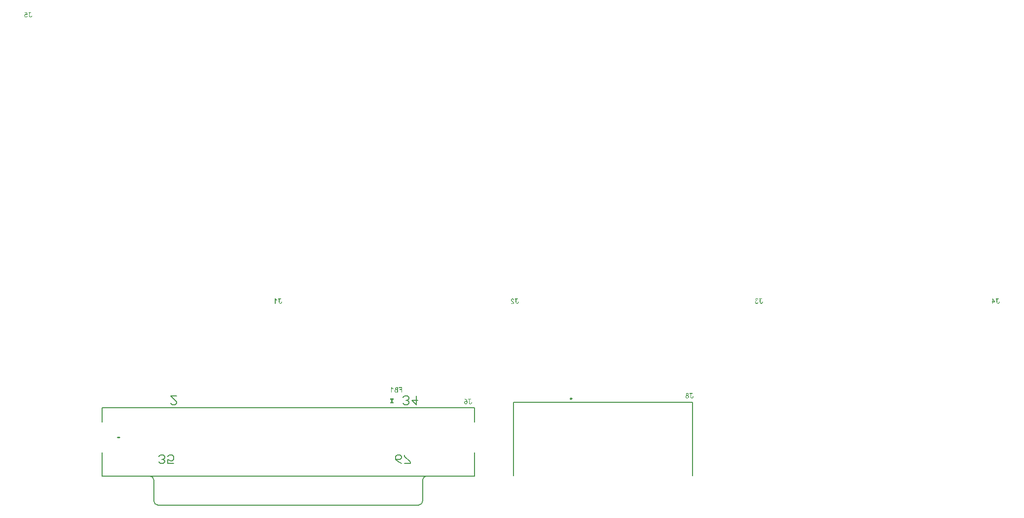
<source format=gbo>
G04 Layer_Color=32896*
%FSLAX25Y25*%
%MOIN*%
G70*
G01*
G75*
%ADD10C,0.00787*%
%ADD31C,0.01000*%
%ADD44C,0.00984*%
%ADD45C,0.00100*%
%ADD46C,0.00591*%
G36*
X562729Y30133D02*
X562749Y30073D01*
X562774Y30015D01*
X562803Y29950D01*
X562833Y29896D01*
X562852Y29852D01*
X562872Y29823D01*
X562877Y29818D01*
Y29813D01*
X562931Y29719D01*
X562990Y29626D01*
X563049Y29537D01*
X563103Y29458D01*
X563152Y29390D01*
X563192Y29335D01*
X563206Y29316D01*
X563216Y29301D01*
X563221Y29291D01*
X563226Y29286D01*
X563300Y29183D01*
X563374Y29085D01*
X563438Y28996D01*
X563497Y28917D01*
X563546Y28853D01*
X563585Y28804D01*
X563600Y28784D01*
X563610Y28770D01*
X563620Y28765D01*
Y28760D01*
X563689Y28671D01*
X563753Y28588D01*
X563812Y28509D01*
X563866Y28440D01*
X563910Y28386D01*
X563944Y28342D01*
X563964Y28317D01*
X563974Y28307D01*
X564028Y28238D01*
X564068Y28184D01*
X564102Y28150D01*
X564122Y28120D01*
X564136Y28106D01*
X564141Y28096D01*
X564146Y28091D01*
X563979Y27732D01*
X562700D01*
Y26595D01*
X562267D01*
Y27741D01*
X561917D01*
Y28165D01*
X562267D01*
Y30187D01*
X562714D01*
X562729Y30133D01*
D02*
G37*
G36*
X-87613Y224035D02*
X-87519Y224025D01*
X-87436Y224015D01*
X-87362Y224005D01*
X-87303Y223995D01*
X-87254Y223985D01*
X-87224Y223980D01*
X-87219Y223975D01*
X-87214D01*
X-87318Y223572D01*
X-87328D01*
X-87347Y223577D01*
X-87362Y223582D01*
X-87367D01*
X-87397Y223592D01*
X-87416Y223597D01*
X-87436D01*
X-87465Y223602D01*
X-87500D01*
X-87529Y223606D01*
X-87539D01*
X-87598Y223611D01*
X-87652Y223616D01*
X-87677Y223621D01*
X-87839D01*
X-87874Y223616D01*
X-88164D01*
X-88179Y223454D01*
X-88189Y223306D01*
X-88198Y223169D01*
X-88208Y223036D01*
X-88218Y222918D01*
X-88223Y222809D01*
X-88228Y222706D01*
X-88233Y222618D01*
X-88238Y222539D01*
Y222475D01*
X-88243Y222416D01*
Y222367D01*
Y222332D01*
Y222303D01*
Y222288D01*
Y222283D01*
Y222175D01*
Y222081D01*
X-88238Y221993D01*
Y221924D01*
X-88233Y221860D01*
Y221820D01*
X-88228Y221791D01*
Y221781D01*
X-88223Y221707D01*
X-88218Y221634D01*
X-88208Y221565D01*
X-88198Y221506D01*
X-88194Y221456D01*
X-88184Y221422D01*
X-88179Y221397D01*
Y221388D01*
X-88164Y221324D01*
X-88144Y221265D01*
X-88130Y221215D01*
X-88110Y221171D01*
X-88095Y221137D01*
X-88080Y221112D01*
X-88075Y221097D01*
X-88070Y221092D01*
X-88016Y221019D01*
X-87987Y220989D01*
X-87957Y220964D01*
X-87933Y220945D01*
X-87913Y220930D01*
X-87898Y220925D01*
X-87893Y220920D01*
X-87849Y220901D01*
X-87805Y220886D01*
X-87765Y220876D01*
X-87721Y220871D01*
X-87687Y220866D01*
X-87657Y220861D01*
X-87633D01*
X-87578Y220866D01*
X-87529Y220871D01*
X-87485Y220881D01*
X-87446Y220891D01*
X-87416Y220901D01*
X-87392Y220910D01*
X-87377Y220920D01*
X-87372D01*
X-87298Y220974D01*
X-87264Y221004D01*
X-87239Y221028D01*
X-87219Y221053D01*
X-87205Y221073D01*
X-87195Y221087D01*
X-87190Y221092D01*
X-87146Y221181D01*
X-87131Y221220D01*
X-87116Y221260D01*
X-87106Y221289D01*
X-87096Y221314D01*
X-87091Y221333D01*
Y221338D01*
X-87072Y221442D01*
X-87062Y221496D01*
X-87057Y221540D01*
Y221579D01*
X-87052Y221609D01*
Y221634D01*
Y221638D01*
X-86614D01*
Y221570D01*
X-86619Y221506D01*
X-86624Y221447D01*
X-86634Y221397D01*
X-86639Y221353D01*
X-86644Y221319D01*
X-86649Y221299D01*
Y221289D01*
X-86683Y221166D01*
X-86698Y221112D01*
X-86717Y221063D01*
X-86737Y221024D01*
X-86747Y220994D01*
X-86757Y220969D01*
X-86762Y220964D01*
X-86791Y220905D01*
X-86826Y220856D01*
X-86855Y220812D01*
X-86890Y220773D01*
X-86914Y220738D01*
X-86934Y220713D01*
X-86949Y220699D01*
X-86954Y220694D01*
X-86998Y220655D01*
X-87047Y220620D01*
X-87096Y220590D01*
X-87146Y220561D01*
X-87185Y220541D01*
X-87214Y220527D01*
X-87234Y220522D01*
X-87244Y220517D01*
X-87313Y220497D01*
X-87382Y220482D01*
X-87446Y220467D01*
X-87510Y220463D01*
X-87564Y220458D01*
X-87603Y220453D01*
X-87711D01*
X-87775Y220458D01*
X-87834Y220467D01*
X-87884Y220477D01*
X-87923Y220482D01*
X-87957Y220492D01*
X-87977Y220497D01*
X-87982D01*
X-88036Y220517D01*
X-88085Y220536D01*
X-88130Y220561D01*
X-88169Y220581D01*
X-88198Y220600D01*
X-88223Y220615D01*
X-88238Y220625D01*
X-88243Y220630D01*
X-88317Y220699D01*
X-88351Y220733D01*
X-88376Y220768D01*
X-88400Y220802D01*
X-88415Y220827D01*
X-88425Y220841D01*
X-88430Y220846D01*
X-88484Y220945D01*
X-88503Y220994D01*
X-88523Y221033D01*
X-88533Y221068D01*
X-88543Y221097D01*
X-88553Y221117D01*
Y221122D01*
X-88587Y221235D01*
X-88597Y221289D01*
X-88607Y221343D01*
X-88617Y221388D01*
X-88621Y221422D01*
X-88626Y221447D01*
Y221456D01*
X-88636Y221525D01*
X-88646Y221594D01*
X-88651Y221658D01*
X-88656Y221712D01*
X-88661Y221761D01*
X-88666Y221796D01*
Y221816D01*
Y221825D01*
X-88671Y221968D01*
X-88676Y222037D01*
Y222096D01*
Y222155D01*
Y222194D01*
Y222224D01*
Y222234D01*
Y222495D01*
X-88666Y222750D01*
X-88661Y222868D01*
X-88656Y222982D01*
X-88651Y223090D01*
X-88646Y223193D01*
X-88641Y223282D01*
X-88636Y223365D01*
X-88631Y223439D01*
X-88626Y223498D01*
X-88621Y223547D01*
Y223587D01*
X-88617Y223606D01*
Y223616D01*
X-89123D01*
X-89133Y224035D01*
X-88154D01*
X-88085Y224039D01*
X-87706D01*
X-87613Y224035D01*
D02*
G37*
G36*
X566163Y30162D02*
X566257Y30152D01*
X566341Y30142D01*
X566414Y30133D01*
X566473Y30123D01*
X566523Y30113D01*
X566552Y30108D01*
X566557Y30103D01*
X566562D01*
X566459Y29700D01*
X566449D01*
X566429Y29704D01*
X566414Y29709D01*
X566409D01*
X566380Y29719D01*
X566360Y29724D01*
X566341D01*
X566311Y29729D01*
X566277D01*
X566247Y29734D01*
X566237D01*
X566178Y29739D01*
X566124Y29744D01*
X566100Y29749D01*
X565937D01*
X565903Y29744D01*
X565612D01*
X565598Y29581D01*
X565588Y29434D01*
X565578Y29296D01*
X565568Y29163D01*
X565558Y29045D01*
X565553Y28937D01*
X565548Y28834D01*
X565544Y28745D01*
X565539Y28666D01*
Y28602D01*
X565534Y28543D01*
Y28494D01*
Y28460D01*
Y28430D01*
Y28416D01*
Y28411D01*
Y28302D01*
Y28209D01*
X565539Y28120D01*
Y28051D01*
X565544Y27987D01*
Y27948D01*
X565548Y27919D01*
Y27909D01*
X565553Y27835D01*
X565558Y27761D01*
X565568Y27692D01*
X565578Y27633D01*
X565583Y27584D01*
X565593Y27550D01*
X565598Y27525D01*
Y27515D01*
X565612Y27451D01*
X565632Y27392D01*
X565647Y27343D01*
X565666Y27299D01*
X565681Y27264D01*
X565696Y27240D01*
X565701Y27225D01*
X565706Y27220D01*
X565760Y27146D01*
X565790Y27117D01*
X565819Y27092D01*
X565844Y27072D01*
X565863Y27058D01*
X565878Y27053D01*
X565883Y27048D01*
X565927Y27028D01*
X565972Y27013D01*
X566011Y27003D01*
X566055Y26998D01*
X566090Y26994D01*
X566119Y26989D01*
X566144D01*
X566198Y26994D01*
X566247Y26998D01*
X566291Y27008D01*
X566331Y27018D01*
X566360Y27028D01*
X566385Y27038D01*
X566400Y27048D01*
X566404D01*
X566478Y27102D01*
X566513Y27131D01*
X566537Y27156D01*
X566557Y27181D01*
X566572Y27200D01*
X566582Y27215D01*
X566587Y27220D01*
X566631Y27308D01*
X566646Y27348D01*
X566660Y27387D01*
X566670Y27417D01*
X566680Y27441D01*
X566685Y27461D01*
Y27466D01*
X566705Y27569D01*
X566714Y27623D01*
X566719Y27668D01*
Y27707D01*
X566724Y27736D01*
Y27761D01*
Y27766D01*
X567162D01*
Y27697D01*
X567157Y27633D01*
X567152Y27574D01*
X567142Y27525D01*
X567138Y27481D01*
X567133Y27446D01*
X567128Y27427D01*
Y27417D01*
X567093Y27294D01*
X567079Y27240D01*
X567059Y27190D01*
X567039Y27151D01*
X567029Y27121D01*
X567020Y27097D01*
X567015Y27092D01*
X566985Y27033D01*
X566951Y26984D01*
X566921Y26939D01*
X566887Y26900D01*
X566862Y26866D01*
X566842Y26841D01*
X566828Y26826D01*
X566823Y26821D01*
X566778Y26782D01*
X566729Y26748D01*
X566680Y26718D01*
X566631Y26689D01*
X566592Y26669D01*
X566562Y26654D01*
X566542Y26649D01*
X566532Y26644D01*
X566464Y26625D01*
X566395Y26610D01*
X566331Y26595D01*
X566267Y26590D01*
X566213Y26585D01*
X566173Y26580D01*
X566065D01*
X566001Y26585D01*
X565942Y26595D01*
X565893Y26605D01*
X565854Y26610D01*
X565819Y26620D01*
X565799Y26625D01*
X565794D01*
X565740Y26644D01*
X565691Y26664D01*
X565647Y26689D01*
X565608Y26708D01*
X565578Y26728D01*
X565553Y26743D01*
X565539Y26752D01*
X565534Y26757D01*
X565460Y26826D01*
X565425Y26861D01*
X565401Y26895D01*
X565376Y26930D01*
X565361Y26954D01*
X565352Y26969D01*
X565347Y26974D01*
X565293Y27072D01*
X565273Y27121D01*
X565253Y27161D01*
X565243Y27195D01*
X565234Y27225D01*
X565224Y27244D01*
Y27249D01*
X565189Y27363D01*
X565179Y27417D01*
X565170Y27471D01*
X565160Y27515D01*
X565155Y27550D01*
X565150Y27574D01*
Y27584D01*
X565140Y27653D01*
X565130Y27722D01*
X565125Y27786D01*
X565120Y27840D01*
X565115Y27889D01*
X565111Y27924D01*
Y27943D01*
Y27953D01*
X565106Y28096D01*
X565101Y28165D01*
Y28224D01*
Y28283D01*
Y28322D01*
Y28352D01*
Y28361D01*
Y28622D01*
X565111Y28878D01*
X565115Y28996D01*
X565120Y29109D01*
X565125Y29217D01*
X565130Y29321D01*
X565135Y29409D01*
X565140Y29493D01*
X565145Y29567D01*
X565150Y29626D01*
X565155Y29675D01*
Y29714D01*
X565160Y29734D01*
Y29744D01*
X564653D01*
X564643Y30162D01*
X565622D01*
X565691Y30167D01*
X566070D01*
X566163Y30162D01*
D02*
G37*
G36*
X406163Y30262D02*
X406257Y30252D01*
X406341Y30242D01*
X406414Y30233D01*
X406473Y30223D01*
X406523Y30213D01*
X406552Y30208D01*
X406557Y30203D01*
X406562D01*
X406459Y29800D01*
X406449D01*
X406429Y29805D01*
X406414Y29809D01*
X406409D01*
X406380Y29819D01*
X406360Y29824D01*
X406341D01*
X406311Y29829D01*
X406277D01*
X406247Y29834D01*
X406237D01*
X406178Y29839D01*
X406124Y29844D01*
X406100Y29849D01*
X405937D01*
X405903Y29844D01*
X405612D01*
X405598Y29682D01*
X405588Y29534D01*
X405578Y29396D01*
X405568Y29263D01*
X405558Y29145D01*
X405553Y29037D01*
X405548Y28934D01*
X405544Y28845D01*
X405539Y28766D01*
Y28702D01*
X405534Y28643D01*
Y28594D01*
Y28560D01*
Y28530D01*
Y28515D01*
Y28511D01*
Y28402D01*
Y28309D01*
X405539Y28220D01*
Y28151D01*
X405544Y28087D01*
Y28048D01*
X405548Y28019D01*
Y28009D01*
X405553Y27935D01*
X405558Y27861D01*
X405568Y27792D01*
X405578Y27733D01*
X405583Y27684D01*
X405593Y27650D01*
X405598Y27625D01*
Y27615D01*
X405612Y27551D01*
X405632Y27492D01*
X405647Y27443D01*
X405666Y27399D01*
X405681Y27364D01*
X405696Y27340D01*
X405701Y27325D01*
X405706Y27320D01*
X405760Y27246D01*
X405790Y27217D01*
X405819Y27192D01*
X405844Y27172D01*
X405863Y27158D01*
X405878Y27153D01*
X405883Y27148D01*
X405927Y27128D01*
X405972Y27113D01*
X406011Y27103D01*
X406055Y27099D01*
X406090Y27094D01*
X406119Y27089D01*
X406144D01*
X406198Y27094D01*
X406247Y27099D01*
X406291Y27108D01*
X406331Y27118D01*
X406360Y27128D01*
X406385Y27138D01*
X406400Y27148D01*
X406404D01*
X406478Y27202D01*
X406513Y27231D01*
X406537Y27256D01*
X406557Y27281D01*
X406572Y27300D01*
X406582Y27315D01*
X406587Y27320D01*
X406631Y27408D01*
X406646Y27448D01*
X406660Y27487D01*
X406670Y27517D01*
X406680Y27541D01*
X406685Y27561D01*
Y27566D01*
X406705Y27669D01*
X406714Y27723D01*
X406719Y27768D01*
Y27807D01*
X406724Y27836D01*
Y27861D01*
Y27866D01*
X407162D01*
Y27797D01*
X407157Y27733D01*
X407152Y27674D01*
X407142Y27625D01*
X407138Y27581D01*
X407133Y27546D01*
X407128Y27527D01*
Y27517D01*
X407093Y27394D01*
X407079Y27340D01*
X407059Y27290D01*
X407039Y27251D01*
X407029Y27222D01*
X407020Y27197D01*
X407015Y27192D01*
X406985Y27133D01*
X406951Y27084D01*
X406921Y27040D01*
X406887Y27000D01*
X406862Y26966D01*
X406842Y26941D01*
X406828Y26926D01*
X406823Y26921D01*
X406778Y26882D01*
X406729Y26848D01*
X406680Y26818D01*
X406631Y26789D01*
X406592Y26769D01*
X406562Y26754D01*
X406542Y26749D01*
X406532Y26744D01*
X406464Y26725D01*
X406395Y26710D01*
X406331Y26695D01*
X406267Y26690D01*
X406213Y26685D01*
X406173Y26680D01*
X406065D01*
X406001Y26685D01*
X405942Y26695D01*
X405893Y26705D01*
X405854Y26710D01*
X405819Y26720D01*
X405799Y26725D01*
X405794D01*
X405740Y26744D01*
X405691Y26764D01*
X405647Y26789D01*
X405608Y26808D01*
X405578Y26828D01*
X405553Y26843D01*
X405539Y26853D01*
X405534Y26857D01*
X405460Y26926D01*
X405425Y26961D01*
X405401Y26995D01*
X405376Y27030D01*
X405362Y27054D01*
X405352Y27069D01*
X405347Y27074D01*
X405293Y27172D01*
X405273Y27222D01*
X405253Y27261D01*
X405243Y27295D01*
X405234Y27325D01*
X405224Y27345D01*
Y27349D01*
X405189Y27463D01*
X405179Y27517D01*
X405170Y27571D01*
X405160Y27615D01*
X405155Y27650D01*
X405150Y27674D01*
Y27684D01*
X405140Y27753D01*
X405130Y27822D01*
X405125Y27886D01*
X405120Y27940D01*
X405116Y27989D01*
X405111Y28023D01*
Y28043D01*
Y28053D01*
X405106Y28196D01*
X405101Y28265D01*
Y28324D01*
Y28383D01*
Y28422D01*
Y28451D01*
Y28461D01*
Y28722D01*
X405111Y28978D01*
X405116Y29096D01*
X405120Y29209D01*
X405125Y29317D01*
X405130Y29421D01*
X405135Y29509D01*
X405140Y29593D01*
X405145Y29667D01*
X405150Y29726D01*
X405155Y29775D01*
Y29814D01*
X405160Y29834D01*
Y29844D01*
X404653D01*
X404643Y30262D01*
X405622D01*
X405691Y30267D01*
X406070D01*
X406163Y30262D01*
D02*
G37*
G36*
X403266Y30267D02*
X403325Y30257D01*
X403379Y30247D01*
X403423Y30237D01*
X403452Y30228D01*
X403472Y30223D01*
X403482Y30218D01*
X403541Y30193D01*
X403590Y30174D01*
X403635Y30149D01*
X403674Y30129D01*
X403703Y30110D01*
X403723Y30095D01*
X403738Y30085D01*
X403743Y30080D01*
X403807Y30021D01*
X403866Y29967D01*
X403886Y29947D01*
X403900Y29928D01*
X403910Y29918D01*
X403915Y29913D01*
X403964Y29849D01*
X403994Y29805D01*
X404013Y29775D01*
X404018Y29770D01*
Y29765D01*
X404033Y29731D01*
X404043Y29711D01*
X404053Y29696D01*
Y29691D01*
X403664Y29475D01*
X403625Y29544D01*
X403585Y29603D01*
X403541Y29652D01*
X403497Y29696D01*
X403448Y29736D01*
X403403Y29765D01*
X403354Y29790D01*
X403310Y29809D01*
X403231Y29839D01*
X403197Y29849D01*
X403162Y29854D01*
X403138Y29859D01*
X403103D01*
X403024Y29854D01*
X402956Y29844D01*
X402892Y29829D01*
X402838Y29814D01*
X402798Y29795D01*
X402764Y29780D01*
X402744Y29770D01*
X402739Y29765D01*
X402690Y29731D01*
X402656Y29691D01*
X402626Y29652D01*
X402611Y29613D01*
X402601Y29578D01*
X402592Y29549D01*
Y29529D01*
Y29524D01*
X402596Y29455D01*
X402606Y29391D01*
X402616Y29337D01*
X402631Y29293D01*
X402651Y29254D01*
X402660Y29229D01*
X402670Y29214D01*
X402675Y29209D01*
X402710Y29170D01*
X402754Y29135D01*
X402798Y29106D01*
X402838Y29076D01*
X402877Y29057D01*
X402911Y29042D01*
X402931Y29037D01*
X402941Y29032D01*
X403020Y29008D01*
X403103Y28993D01*
X403177Y28978D01*
X403241Y28973D01*
X403300Y28968D01*
X403344Y28963D01*
X403428D01*
Y28530D01*
X403261D01*
X403236Y28525D01*
X403202D01*
X403133Y28515D01*
X403064Y28506D01*
X403029Y28496D01*
X403005Y28491D01*
X402990Y28486D01*
X402985D01*
X402892Y28456D01*
X402847Y28442D01*
X402813Y28422D01*
X402783Y28412D01*
X402759Y28397D01*
X402744Y28392D01*
X402739Y28388D01*
X402670Y28343D01*
X402616Y28299D01*
X402567Y28255D01*
X402528Y28210D01*
X402498Y28176D01*
X402478Y28146D01*
X402468Y28122D01*
X402464Y28117D01*
X402434Y28053D01*
X402414Y27989D01*
X402400Y27925D01*
X402390Y27861D01*
X402385Y27807D01*
X402380Y27763D01*
Y27733D01*
Y27728D01*
Y27723D01*
X402390Y27615D01*
X402410Y27522D01*
X402439Y27438D01*
X402473Y27369D01*
X402508Y27315D01*
X402537Y27276D01*
X402557Y27251D01*
X402567Y27241D01*
X402641Y27182D01*
X402724Y27138D01*
X402813Y27108D01*
X402892Y27089D01*
X402965Y27074D01*
X403024Y27069D01*
X403049Y27064D01*
X403079D01*
X403182Y27069D01*
X403275Y27089D01*
X403354Y27113D01*
X403418Y27143D01*
X403472Y27167D01*
X403512Y27192D01*
X403531Y27212D01*
X403541Y27217D01*
X403595Y27281D01*
X403640Y27345D01*
X403669Y27413D01*
X403689Y27477D01*
X403703Y27536D01*
X403708Y27581D01*
X403713Y27610D01*
Y27615D01*
Y27620D01*
X404146D01*
X404141Y27541D01*
X404132Y27468D01*
X404122Y27394D01*
X404102Y27325D01*
X404053Y27207D01*
X404028Y27153D01*
X403999Y27103D01*
X403974Y27059D01*
X403949Y27020D01*
X403925Y26990D01*
X403900Y26961D01*
X403881Y26941D01*
X403871Y26926D01*
X403861Y26917D01*
X403856Y26912D01*
X403797Y26862D01*
X403738Y26823D01*
X403674Y26789D01*
X403610Y26754D01*
X403482Y26705D01*
X403359Y26675D01*
X403300Y26666D01*
X403246Y26656D01*
X403202Y26651D01*
X403157Y26646D01*
X403123Y26641D01*
X403079D01*
X402970Y26646D01*
X402872Y26656D01*
X402778Y26671D01*
X402695Y26695D01*
X402616Y26720D01*
X402547Y26749D01*
X402483Y26779D01*
X402424Y26808D01*
X402375Y26838D01*
X402331Y26872D01*
X402291Y26897D01*
X402262Y26921D01*
X402237Y26946D01*
X402222Y26961D01*
X402213Y26971D01*
X402208Y26976D01*
X402159Y27035D01*
X402119Y27099D01*
X402085Y27158D01*
X402060Y27212D01*
X402040Y27261D01*
X402021Y27300D01*
X402016Y27325D01*
X402011Y27335D01*
X401986Y27413D01*
X401972Y27482D01*
X401957Y27551D01*
X401952Y27610D01*
X401947Y27659D01*
X401942Y27699D01*
Y27723D01*
Y27733D01*
X401947Y27871D01*
X401967Y27994D01*
X401996Y28107D01*
X402036Y28215D01*
X402080Y28309D01*
X402134Y28392D01*
X402188Y28471D01*
X402242Y28535D01*
X402301Y28594D01*
X402355Y28643D01*
X402405Y28688D01*
X402454Y28717D01*
X402493Y28747D01*
X402523Y28762D01*
X402542Y28771D01*
X402547Y28776D01*
X402483Y28811D01*
X402424Y28855D01*
X402375Y28904D01*
X402336Y28948D01*
X402306Y28993D01*
X402282Y29027D01*
X402267Y29052D01*
X402262Y29062D01*
X402227Y29140D01*
X402203Y29224D01*
X402183Y29303D01*
X402173Y29377D01*
X402164Y29440D01*
X402159Y29495D01*
Y29514D01*
Y29529D01*
Y29534D01*
Y29539D01*
X402164Y29627D01*
X402178Y29706D01*
X402203Y29780D01*
X402227Y29839D01*
X402252Y29888D01*
X402277Y29928D01*
X402291Y29947D01*
X402296Y29957D01*
X402350Y30021D01*
X402405Y30070D01*
X402464Y30114D01*
X402518Y30149D01*
X402562Y30174D01*
X402601Y30188D01*
X402626Y30198D01*
X402636Y30203D01*
X402714Y30228D01*
X402798Y30247D01*
X402872Y30257D01*
X402946Y30267D01*
X403010Y30272D01*
X403059Y30277D01*
X403202D01*
X403266Y30267D01*
D02*
G37*
G36*
X209631Y-37776D02*
X209725Y-37786D01*
X209808Y-37796D01*
X209882Y-37806D01*
X209941Y-37816D01*
X209990Y-37826D01*
X210020Y-37831D01*
X210025Y-37835D01*
X210030D01*
X209926Y-38239D01*
X209916D01*
X209897Y-38234D01*
X209882Y-38229D01*
X209877D01*
X209848Y-38219D01*
X209828Y-38214D01*
X209808D01*
X209779Y-38210D01*
X209744D01*
X209715Y-38205D01*
X209705D01*
X209646Y-38200D01*
X209592Y-38195D01*
X209567Y-38190D01*
X209405D01*
X209370Y-38195D01*
X209080D01*
X209065Y-38357D01*
X209055Y-38505D01*
X209046Y-38642D01*
X209036Y-38775D01*
X209026Y-38893D01*
X209021Y-39002D01*
X209016Y-39105D01*
X209011Y-39193D01*
X209006Y-39272D01*
Y-39336D01*
X209001Y-39395D01*
Y-39444D01*
Y-39479D01*
Y-39508D01*
Y-39523D01*
Y-39528D01*
Y-39636D01*
Y-39730D01*
X209006Y-39818D01*
Y-39887D01*
X209011Y-39951D01*
Y-39990D01*
X209016Y-40020D01*
Y-40030D01*
X209021Y-40104D01*
X209026Y-40178D01*
X209036Y-40246D01*
X209046Y-40305D01*
X209051Y-40355D01*
X209060Y-40389D01*
X209065Y-40414D01*
Y-40424D01*
X209080Y-40487D01*
X209100Y-40547D01*
X209115Y-40596D01*
X209134Y-40640D01*
X209149Y-40674D01*
X209164Y-40699D01*
X209169Y-40714D01*
X209174Y-40719D01*
X209228Y-40793D01*
X209257Y-40822D01*
X209287Y-40847D01*
X209311Y-40866D01*
X209331Y-40881D01*
X209346Y-40886D01*
X209351Y-40891D01*
X209395Y-40911D01*
X209439Y-40925D01*
X209479Y-40935D01*
X209523Y-40940D01*
X209557Y-40945D01*
X209587Y-40950D01*
X209612D01*
X209666Y-40945D01*
X209715Y-40940D01*
X209759Y-40930D01*
X209798Y-40920D01*
X209828Y-40911D01*
X209853Y-40901D01*
X209867Y-40891D01*
X209872D01*
X209946Y-40837D01*
X209981Y-40807D01*
X210005Y-40783D01*
X210025Y-40758D01*
X210039Y-40738D01*
X210049Y-40724D01*
X210054Y-40719D01*
X210099Y-40630D01*
X210113Y-40591D01*
X210128Y-40551D01*
X210138Y-40522D01*
X210148Y-40497D01*
X210153Y-40478D01*
Y-40473D01*
X210172Y-40369D01*
X210182Y-40315D01*
X210187Y-40271D01*
Y-40232D01*
X210192Y-40202D01*
Y-40178D01*
Y-40172D01*
X210630D01*
Y-40241D01*
X210625Y-40305D01*
X210620Y-40364D01*
X210610Y-40414D01*
X210605Y-40458D01*
X210600Y-40492D01*
X210595Y-40512D01*
Y-40522D01*
X210561Y-40645D01*
X210546Y-40699D01*
X210527Y-40748D01*
X210507Y-40788D01*
X210497Y-40817D01*
X210487Y-40842D01*
X210482Y-40847D01*
X210453Y-40906D01*
X210418Y-40955D01*
X210389Y-40999D01*
X210354Y-41039D01*
X210330Y-41073D01*
X210310Y-41098D01*
X210295Y-41112D01*
X210290Y-41117D01*
X210246Y-41157D01*
X210197Y-41191D01*
X210148Y-41221D01*
X210099Y-41250D01*
X210059Y-41270D01*
X210030Y-41284D01*
X210010Y-41289D01*
X210000Y-41294D01*
X209931Y-41314D01*
X209862Y-41329D01*
X209798Y-41344D01*
X209735Y-41348D01*
X209680Y-41353D01*
X209641Y-41358D01*
X209533D01*
X209469Y-41353D01*
X209410Y-41344D01*
X209361Y-41334D01*
X209321Y-41329D01*
X209287Y-41319D01*
X209267Y-41314D01*
X209262D01*
X209208Y-41294D01*
X209159Y-41275D01*
X209115Y-41250D01*
X209075Y-41230D01*
X209046Y-41211D01*
X209021Y-41196D01*
X209006Y-41186D01*
X209001Y-41181D01*
X208928Y-41112D01*
X208893Y-41078D01*
X208869Y-41043D01*
X208844Y-41009D01*
X208829Y-40984D01*
X208819Y-40970D01*
X208814Y-40965D01*
X208760Y-40866D01*
X208741Y-40817D01*
X208721Y-40778D01*
X208711Y-40743D01*
X208701Y-40714D01*
X208691Y-40694D01*
Y-40689D01*
X208657Y-40576D01*
X208647Y-40522D01*
X208637Y-40468D01*
X208628Y-40424D01*
X208623Y-40389D01*
X208618Y-40364D01*
Y-40355D01*
X208608Y-40286D01*
X208598Y-40217D01*
X208593Y-40153D01*
X208588Y-40099D01*
X208583Y-40049D01*
X208578Y-40015D01*
Y-39995D01*
Y-39986D01*
X208573Y-39843D01*
X208568Y-39774D01*
Y-39715D01*
Y-39656D01*
Y-39617D01*
Y-39587D01*
Y-39577D01*
Y-39316D01*
X208578Y-39061D01*
X208583Y-38943D01*
X208588Y-38829D01*
X208593Y-38721D01*
X208598Y-38618D01*
X208603Y-38529D01*
X208608Y-38446D01*
X208613Y-38372D01*
X208618Y-38313D01*
X208623Y-38264D01*
Y-38224D01*
X208628Y-38205D01*
Y-38195D01*
X208121D01*
X208111Y-37776D01*
X209090D01*
X209159Y-37772D01*
X209538D01*
X209631Y-37776D01*
D02*
G37*
G36*
X205877Y-37752D02*
X205980Y-37772D01*
X206079Y-37791D01*
X206172Y-37816D01*
X206261Y-37845D01*
X206340Y-37875D01*
X206418Y-37900D01*
X206487Y-37929D01*
X206551Y-37958D01*
X206605Y-37988D01*
X206655Y-38013D01*
X206694Y-38032D01*
X206723Y-38052D01*
X206748Y-38067D01*
X206763Y-38072D01*
X206768Y-38077D01*
X206841Y-38131D01*
X206910Y-38185D01*
X206974Y-38244D01*
X207033Y-38303D01*
X207087Y-38362D01*
X207137Y-38421D01*
X207181Y-38480D01*
X207215Y-38534D01*
X207250Y-38588D01*
X207279Y-38638D01*
X207304Y-38677D01*
X207324Y-38716D01*
X207338Y-38746D01*
X207348Y-38770D01*
X207358Y-38785D01*
Y-38790D01*
X207398Y-38888D01*
X207427Y-38992D01*
X207481Y-39193D01*
X207516Y-39385D01*
X207530Y-39479D01*
X207545Y-39562D01*
X207550Y-39646D01*
X207560Y-39715D01*
X207565Y-39779D01*
Y-39838D01*
X207570Y-39882D01*
Y-39912D01*
Y-39936D01*
Y-39941D01*
X207565Y-40059D01*
X207560Y-40168D01*
X207545Y-40271D01*
X207525Y-40369D01*
X207506Y-40458D01*
X207481Y-40541D01*
X207456Y-40620D01*
X207432Y-40689D01*
X207407Y-40748D01*
X207383Y-40802D01*
X207358Y-40852D01*
X207338Y-40891D01*
X207319Y-40920D01*
X207304Y-40940D01*
X207299Y-40955D01*
X207294Y-40960D01*
X207240Y-41029D01*
X207181Y-41088D01*
X207117Y-41137D01*
X207048Y-41181D01*
X206984Y-41221D01*
X206915Y-41250D01*
X206851Y-41275D01*
X206787Y-41294D01*
X206723Y-41309D01*
X206669Y-41324D01*
X206620Y-41334D01*
X206576Y-41339D01*
X206537D01*
X206512Y-41344D01*
X206487D01*
X206394Y-41339D01*
X206305Y-41334D01*
X206222Y-41319D01*
X206148Y-41304D01*
X206074Y-41284D01*
X206005Y-41260D01*
X205946Y-41235D01*
X205887Y-41211D01*
X205838Y-41191D01*
X205794Y-41166D01*
X205759Y-41142D01*
X205725Y-41122D01*
X205700Y-41107D01*
X205685Y-41093D01*
X205676Y-41088D01*
X205671Y-41083D01*
X205616Y-41029D01*
X205567Y-40975D01*
X205528Y-40911D01*
X205493Y-40847D01*
X205459Y-40783D01*
X205434Y-40719D01*
X205400Y-40591D01*
X205385Y-40532D01*
X205375Y-40473D01*
X205370Y-40424D01*
X205365Y-40379D01*
X205361Y-40345D01*
Y-40320D01*
Y-40301D01*
Y-40295D01*
X205365Y-40207D01*
X205375Y-40123D01*
X205385Y-40045D01*
X205405Y-39971D01*
X205430Y-39902D01*
X205454Y-39838D01*
X205479Y-39779D01*
X205503Y-39725D01*
X205533Y-39676D01*
X205557Y-39631D01*
X205582Y-39597D01*
X205607Y-39567D01*
X205626Y-39543D01*
X205636Y-39528D01*
X205646Y-39518D01*
X205651Y-39513D01*
X205705Y-39459D01*
X205764Y-39415D01*
X205823Y-39375D01*
X205887Y-39341D01*
X205946Y-39312D01*
X206010Y-39287D01*
X206128Y-39252D01*
X206182Y-39238D01*
X206231Y-39228D01*
X206276Y-39223D01*
X206315Y-39218D01*
X206345Y-39213D01*
X206443D01*
X206492Y-39218D01*
X206537D01*
X206576Y-39223D01*
X206605Y-39228D01*
X206630D01*
X206645Y-39233D01*
X206650D01*
X206723Y-39248D01*
X206783Y-39272D01*
X206807Y-39282D01*
X206827Y-39287D01*
X206837Y-39297D01*
X206841D01*
X206896Y-39326D01*
X206935Y-39351D01*
X206955Y-39366D01*
X206964Y-39371D01*
X206999Y-39395D01*
X207038Y-39430D01*
X207068Y-39459D01*
X207078Y-39464D01*
X207083Y-39469D01*
X207063Y-39356D01*
X207043Y-39252D01*
X207019Y-39169D01*
X206999Y-39095D01*
X206984Y-39036D01*
X206969Y-38997D01*
X206960Y-38972D01*
X206955Y-38962D01*
X206896Y-38844D01*
X206827Y-38736D01*
X206748Y-38642D01*
X206669Y-38564D01*
X206600Y-38500D01*
X206541Y-38456D01*
X206517Y-38436D01*
X206502Y-38426D01*
X206492Y-38416D01*
X206487D01*
X206359Y-38342D01*
X206222Y-38283D01*
X206094Y-38239D01*
X205971Y-38205D01*
X205917Y-38195D01*
X205862Y-38185D01*
X205818Y-38175D01*
X205779Y-38170D01*
X205749Y-38165D01*
X205725Y-38160D01*
X205705D01*
X205769Y-37737D01*
X205877Y-37752D01*
D02*
G37*
G36*
X356182Y-33854D02*
X356261Y-33859D01*
X356394Y-33889D01*
X356458Y-33903D01*
X356512Y-33923D01*
X356566Y-33948D01*
X356610Y-33967D01*
X356655Y-33992D01*
X356689Y-34012D01*
X356718Y-34036D01*
X356748Y-34051D01*
X356768Y-34066D01*
X356782Y-34081D01*
X356787Y-34086D01*
X356792Y-34090D01*
X356837Y-34135D01*
X356876Y-34184D01*
X356910Y-34233D01*
X356935Y-34282D01*
X356984Y-34386D01*
X357014Y-34479D01*
X357028Y-34568D01*
X357033Y-34602D01*
X357038Y-34632D01*
X357043Y-34661D01*
Y-34681D01*
Y-34691D01*
Y-34696D01*
X357038Y-34774D01*
X357018Y-34843D01*
X356999Y-34912D01*
X356969Y-34976D01*
X356945Y-35025D01*
X356920Y-35065D01*
X356905Y-35089D01*
X356901Y-35099D01*
X356841Y-35168D01*
X356787Y-35222D01*
X356728Y-35271D01*
X356674Y-35311D01*
X356630Y-35340D01*
X356595Y-35360D01*
X356571Y-35370D01*
X356561Y-35375D01*
X356659Y-35429D01*
X356753Y-35493D01*
X356837Y-35557D01*
X356905Y-35620D01*
X356964Y-35680D01*
X357009Y-35724D01*
X357028Y-35743D01*
X357038Y-35758D01*
X357043Y-35763D01*
X357048Y-35768D01*
X357117Y-35866D01*
X357166Y-35970D01*
X357206Y-36068D01*
X357230Y-36162D01*
X357245Y-36240D01*
X357250Y-36275D01*
Y-36304D01*
X357255Y-36329D01*
Y-36349D01*
Y-36358D01*
Y-36364D01*
X357250Y-36447D01*
X357240Y-36531D01*
X357225Y-36609D01*
X357206Y-36678D01*
X357181Y-36747D01*
X357156Y-36811D01*
X357127Y-36870D01*
X357097Y-36924D01*
X357068Y-36969D01*
X357038Y-37013D01*
X357014Y-37047D01*
X356989Y-37077D01*
X356969Y-37101D01*
X356955Y-37116D01*
X356945Y-37126D01*
X356940Y-37131D01*
X356876Y-37185D01*
X356812Y-37229D01*
X356743Y-37269D01*
X356674Y-37303D01*
X356605Y-37328D01*
X356532Y-37352D01*
X356399Y-37387D01*
X356340Y-37402D01*
X356280Y-37411D01*
X356231Y-37416D01*
X356187Y-37421D01*
X356148Y-37426D01*
X356099D01*
X356000Y-37421D01*
X355911Y-37411D01*
X355823Y-37397D01*
X355744Y-37382D01*
X355670Y-37357D01*
X355602Y-37333D01*
X355538Y-37308D01*
X355479Y-37279D01*
X355429Y-37249D01*
X355385Y-37225D01*
X355346Y-37200D01*
X355316Y-37175D01*
X355292Y-37161D01*
X355272Y-37146D01*
X355262Y-37136D01*
X355257Y-37131D01*
X355203Y-37072D01*
X355154Y-37013D01*
X355110Y-36949D01*
X355070Y-36885D01*
X355041Y-36821D01*
X355016Y-36757D01*
X354977Y-36634D01*
X354962Y-36580D01*
X354952Y-36526D01*
X354947Y-36481D01*
X354942Y-36442D01*
X354937Y-36408D01*
Y-36383D01*
Y-36368D01*
Y-36364D01*
Y-36299D01*
X354947Y-36240D01*
X354972Y-36127D01*
X355006Y-36024D01*
X355041Y-35940D01*
X355080Y-35866D01*
X355100Y-35837D01*
X355115Y-35812D01*
X355129Y-35793D01*
X355139Y-35778D01*
X355144Y-35773D01*
X355149Y-35768D01*
X355228Y-35675D01*
X355311Y-35596D01*
X355390Y-35527D01*
X355464Y-35473D01*
X355528Y-35429D01*
X355582Y-35399D01*
X355602Y-35389D01*
X355616Y-35379D01*
X355621Y-35375D01*
X355626D01*
X355557Y-35340D01*
X355498Y-35296D01*
X355439Y-35252D01*
X355395Y-35207D01*
X355356Y-35163D01*
X355326Y-35129D01*
X355306Y-35109D01*
X355301Y-35099D01*
X355257Y-35025D01*
X355223Y-34951D01*
X355198Y-34883D01*
X355178Y-34824D01*
X355169Y-34769D01*
X355164Y-34730D01*
Y-34705D01*
Y-34696D01*
X355169Y-34627D01*
X355173Y-34563D01*
X355203Y-34445D01*
X355242Y-34341D01*
X355287Y-34253D01*
X355336Y-34184D01*
X355356Y-34154D01*
X355375Y-34135D01*
X355390Y-34115D01*
X355405Y-34100D01*
X355410Y-34095D01*
X355415Y-34090D01*
X355464Y-34046D01*
X355513Y-34012D01*
X355567Y-33977D01*
X355626Y-33953D01*
X355739Y-33908D01*
X355853Y-33879D01*
X355951Y-33864D01*
X355995Y-33854D01*
X356030D01*
X356059Y-33849D01*
X356103D01*
X356182Y-33854D01*
D02*
G37*
G36*
X-89773Y222332D02*
X-90122Y222185D01*
X-90127Y222189D01*
X-90181Y222239D01*
X-90235Y222288D01*
X-90289Y222322D01*
X-90343Y222357D01*
X-90398Y222386D01*
X-90447Y222411D01*
X-90540Y222445D01*
X-90624Y222465D01*
X-90658Y222470D01*
X-90688Y222475D01*
X-90712Y222480D01*
X-90747D01*
X-90816Y222475D01*
X-90875Y222470D01*
X-90929Y222455D01*
X-90978Y222445D01*
X-91022Y222431D01*
X-91052Y222416D01*
X-91072Y222411D01*
X-91077Y222406D01*
X-91141Y222372D01*
X-91195Y222327D01*
X-91244Y222283D01*
X-91283Y222229D01*
X-91318Y222170D01*
X-91347Y222111D01*
X-91372Y222052D01*
X-91391Y221993D01*
X-91416Y221884D01*
X-91426Y221835D01*
X-91431Y221791D01*
X-91436Y221752D01*
Y221727D01*
Y221707D01*
Y221702D01*
X-91426Y221565D01*
X-91406Y221442D01*
X-91377Y221338D01*
X-91342Y221255D01*
X-91308Y221191D01*
X-91278Y221142D01*
X-91259Y221112D01*
X-91249Y221102D01*
X-91170Y221033D01*
X-91087Y220984D01*
X-90998Y220945D01*
X-90914Y220920D01*
X-90835Y220905D01*
X-90801Y220901D01*
X-90776D01*
X-90752Y220896D01*
X-90717D01*
X-90644Y220901D01*
X-90570Y220915D01*
X-90511Y220935D01*
X-90457Y220955D01*
X-90412Y220974D01*
X-90383Y220994D01*
X-90358Y221009D01*
X-90353Y221014D01*
X-90299Y221063D01*
X-90245Y221117D01*
X-90196Y221176D01*
X-90157Y221225D01*
X-90122Y221274D01*
X-90097Y221314D01*
X-90078Y221338D01*
X-90073Y221348D01*
X-89709Y221107D01*
X-89773Y221009D01*
X-89842Y220915D01*
X-89911Y220836D01*
X-89974Y220773D01*
X-90034Y220718D01*
X-90083Y220679D01*
X-90112Y220655D01*
X-90117Y220645D01*
X-90122D01*
X-90220Y220586D01*
X-90319Y220541D01*
X-90417Y220512D01*
X-90511Y220492D01*
X-90589Y220477D01*
X-90624Y220472D01*
X-90654D01*
X-90673Y220467D01*
X-90712D01*
X-90806Y220472D01*
X-90895Y220482D01*
X-90983Y220497D01*
X-91062Y220522D01*
X-91136Y220546D01*
X-91205Y220571D01*
X-91268Y220600D01*
X-91323Y220630D01*
X-91377Y220664D01*
X-91421Y220689D01*
X-91460Y220718D01*
X-91490Y220743D01*
X-91514Y220763D01*
X-91534Y220778D01*
X-91544Y220787D01*
X-91549Y220792D01*
X-91603Y220856D01*
X-91652Y220925D01*
X-91697Y220994D01*
X-91736Y221073D01*
X-91765Y221146D01*
X-91790Y221220D01*
X-91829Y221368D01*
X-91844Y221437D01*
X-91854Y221501D01*
X-91859Y221560D01*
X-91864Y221609D01*
X-91869Y221648D01*
Y221683D01*
Y221702D01*
Y221707D01*
X-91864Y221850D01*
X-91844Y221978D01*
X-91815Y222091D01*
X-91785Y222189D01*
X-91765Y222229D01*
X-91751Y222268D01*
X-91736Y222298D01*
X-91726Y222327D01*
X-91711Y222347D01*
X-91706Y222362D01*
X-91697Y222372D01*
Y222376D01*
X-91628Y222475D01*
X-91559Y222563D01*
X-91485Y222632D01*
X-91421Y222691D01*
X-91362Y222736D01*
X-91318Y222770D01*
X-91283Y222790D01*
X-91278Y222795D01*
X-91273D01*
X-91180Y222834D01*
X-91087Y222864D01*
X-90998Y222883D01*
X-90914Y222898D01*
X-90845Y222908D01*
X-90791Y222913D01*
X-90742D01*
X-90644Y222908D01*
X-90550Y222888D01*
X-90462Y222868D01*
X-90383Y222839D01*
X-90319Y222814D01*
X-90270Y222790D01*
X-90250Y222780D01*
X-90235Y222770D01*
X-90230Y222765D01*
X-90225D01*
X-90289Y223582D01*
X-91544D01*
Y224005D01*
X-89901Y224010D01*
X-89773Y222332D01*
D02*
G37*
G36*
X359238Y-33839D02*
X359331Y-33849D01*
X359415Y-33859D01*
X359488Y-33869D01*
X359547Y-33879D01*
X359597Y-33889D01*
X359626Y-33894D01*
X359631Y-33898D01*
X359636D01*
X359533Y-34302D01*
X359523D01*
X359503Y-34297D01*
X359488Y-34292D01*
X359484D01*
X359454Y-34282D01*
X359434Y-34277D01*
X359415D01*
X359385Y-34272D01*
X359351D01*
X359321Y-34268D01*
X359311D01*
X359252Y-34263D01*
X359198Y-34258D01*
X359173Y-34253D01*
X359011D01*
X358977Y-34258D01*
X358686D01*
X358672Y-34420D01*
X358662Y-34568D01*
X358652Y-34705D01*
X358642Y-34838D01*
X358632Y-34956D01*
X358627Y-35065D01*
X358623Y-35168D01*
X358617Y-35256D01*
X358613Y-35335D01*
Y-35399D01*
X358608Y-35458D01*
Y-35507D01*
Y-35542D01*
Y-35571D01*
Y-35586D01*
Y-35591D01*
Y-35699D01*
Y-35793D01*
X358613Y-35881D01*
Y-35950D01*
X358617Y-36014D01*
Y-36053D01*
X358623Y-36083D01*
Y-36093D01*
X358627Y-36167D01*
X358632Y-36240D01*
X358642Y-36309D01*
X358652Y-36368D01*
X358657Y-36418D01*
X358667Y-36452D01*
X358672Y-36477D01*
Y-36487D01*
X358686Y-36550D01*
X358706Y-36609D01*
X358721Y-36659D01*
X358740Y-36703D01*
X358755Y-36737D01*
X358770Y-36762D01*
X358775Y-36777D01*
X358780Y-36782D01*
X358834Y-36856D01*
X358863Y-36885D01*
X358893Y-36910D01*
X358918Y-36929D01*
X358937Y-36944D01*
X358952Y-36949D01*
X358957Y-36954D01*
X359001Y-36974D01*
X359046Y-36988D01*
X359085Y-36998D01*
X359129Y-37003D01*
X359164Y-37008D01*
X359193Y-37013D01*
X359218D01*
X359272Y-37008D01*
X359321Y-37003D01*
X359365Y-36993D01*
X359405Y-36983D01*
X359434Y-36974D01*
X359459Y-36964D01*
X359474Y-36954D01*
X359478D01*
X359552Y-36900D01*
X359587Y-36870D01*
X359611Y-36846D01*
X359631Y-36821D01*
X359646Y-36801D01*
X359656Y-36787D01*
X359661Y-36782D01*
X359705Y-36693D01*
X359720Y-36654D01*
X359734Y-36614D01*
X359744Y-36585D01*
X359754Y-36560D01*
X359759Y-36541D01*
Y-36536D01*
X359779Y-36432D01*
X359788Y-36378D01*
X359793Y-36334D01*
Y-36295D01*
X359798Y-36265D01*
Y-36240D01*
Y-36235D01*
X360236D01*
Y-36304D01*
X360231Y-36368D01*
X360226Y-36427D01*
X360216Y-36477D01*
X360212Y-36521D01*
X360207Y-36555D01*
X360202Y-36575D01*
Y-36585D01*
X360167Y-36708D01*
X360153Y-36762D01*
X360133Y-36811D01*
X360113Y-36851D01*
X360103Y-36880D01*
X360093Y-36905D01*
X360089Y-36910D01*
X360059Y-36969D01*
X360025Y-37018D01*
X359995Y-37062D01*
X359961Y-37101D01*
X359936Y-37136D01*
X359916Y-37161D01*
X359902Y-37175D01*
X359897Y-37180D01*
X359853Y-37220D01*
X359803Y-37254D01*
X359754Y-37284D01*
X359705Y-37313D01*
X359665Y-37333D01*
X359636Y-37347D01*
X359616Y-37352D01*
X359607Y-37357D01*
X359538Y-37377D01*
X359469Y-37392D01*
X359405Y-37407D01*
X359341Y-37411D01*
X359287Y-37416D01*
X359247Y-37421D01*
X359139D01*
X359075Y-37416D01*
X359016Y-37407D01*
X358967Y-37397D01*
X358927Y-37392D01*
X358893Y-37382D01*
X358873Y-37377D01*
X358869D01*
X358814Y-37357D01*
X358765Y-37338D01*
X358721Y-37313D01*
X358682Y-37293D01*
X358652Y-37274D01*
X358627Y-37259D01*
X358613Y-37249D01*
X358608Y-37244D01*
X358534Y-37175D01*
X358500Y-37141D01*
X358475Y-37106D01*
X358450Y-37072D01*
X358436Y-37047D01*
X358426Y-37033D01*
X358421Y-37028D01*
X358367Y-36929D01*
X358347Y-36880D01*
X358327Y-36841D01*
X358317Y-36806D01*
X358308Y-36777D01*
X358298Y-36757D01*
Y-36752D01*
X358263Y-36639D01*
X358254Y-36585D01*
X358244Y-36531D01*
X358234Y-36487D01*
X358229Y-36452D01*
X358224Y-36427D01*
Y-36418D01*
X358214Y-36349D01*
X358204Y-36280D01*
X358199Y-36216D01*
X358194Y-36162D01*
X358190Y-36112D01*
X358185Y-36078D01*
Y-36058D01*
Y-36049D01*
X358180Y-35906D01*
X358175Y-35837D01*
Y-35778D01*
Y-35719D01*
Y-35680D01*
Y-35650D01*
Y-35640D01*
Y-35379D01*
X358185Y-35124D01*
X358190Y-35006D01*
X358194Y-34892D01*
X358199Y-34784D01*
X358204Y-34681D01*
X358209Y-34592D01*
X358214Y-34509D01*
X358219Y-34435D01*
X358224Y-34376D01*
X358229Y-34327D01*
Y-34287D01*
X358234Y-34268D01*
Y-34258D01*
X357727D01*
X357717Y-33839D01*
X358696D01*
X358765Y-33835D01*
X359144D01*
X359238Y-33839D01*
D02*
G37*
G36*
X157201Y-38175D02*
X156501D01*
Y-39975D01*
X157201D01*
Y-40575D01*
X155201D01*
Y-39975D01*
X155901D01*
Y-38175D01*
X155201D01*
Y-37575D01*
X157201D01*
Y-38175D01*
D02*
G37*
G36*
X160099Y-29902D02*
X160139D01*
X160217Y-29907D01*
X160296Y-29912D01*
X160330Y-29917D01*
X160355D01*
X160375Y-29922D01*
X160380D01*
X160429Y-29927D01*
X160468D01*
X160498Y-29932D01*
X160522D01*
X160542Y-29937D01*
X160562D01*
X160557Y-30026D01*
X160552Y-30124D01*
X160542Y-30331D01*
X160537Y-30542D01*
X160532Y-30645D01*
Y-30744D01*
Y-30837D01*
X160527Y-30926D01*
Y-31005D01*
Y-31073D01*
Y-31128D01*
Y-31172D01*
Y-31196D01*
Y-31206D01*
Y-31452D01*
Y-31693D01*
X160532Y-31806D01*
Y-31920D01*
Y-32028D01*
Y-32126D01*
X160537Y-32220D01*
Y-32303D01*
Y-32382D01*
Y-32441D01*
X160542Y-32495D01*
Y-32535D01*
Y-32554D01*
Y-32564D01*
Y-32692D01*
X160547Y-32805D01*
Y-32909D01*
Y-33002D01*
Y-33086D01*
Y-33155D01*
X160552Y-33219D01*
Y-33278D01*
Y-33322D01*
Y-33361D01*
Y-33396D01*
Y-33420D01*
Y-33435D01*
Y-33450D01*
Y-33455D01*
Y-33460D01*
X159917D01*
X159858Y-33465D01*
X159770D01*
X159681Y-33470D01*
X159538D01*
X159489Y-33474D01*
X159401D01*
X159283Y-33470D01*
X159228D01*
X159179Y-33465D01*
X159135D01*
X159105Y-33460D01*
X159076D01*
X159007Y-33450D01*
X158943Y-33430D01*
X158825Y-33391D01*
X158722Y-33332D01*
X158633Y-33278D01*
X158559Y-33219D01*
X158530Y-33194D01*
X158505Y-33169D01*
X158485Y-33150D01*
X158471Y-33140D01*
X158466Y-33130D01*
X158461Y-33125D01*
X158417Y-33066D01*
X158377Y-33007D01*
X158343Y-32948D01*
X158313Y-32884D01*
X158269Y-32761D01*
X158235Y-32643D01*
X158225Y-32594D01*
X158220Y-32544D01*
X158215Y-32500D01*
X158210Y-32461D01*
X158205Y-32431D01*
Y-32407D01*
Y-32392D01*
Y-32387D01*
Y-32318D01*
X158215Y-32254D01*
X158239Y-32126D01*
X158274Y-32018D01*
X158313Y-31925D01*
X158353Y-31846D01*
X158372Y-31816D01*
X158387Y-31792D01*
X158402Y-31772D01*
X158412Y-31752D01*
X158417Y-31747D01*
X158422Y-31743D01*
X158505Y-31649D01*
X158599Y-31570D01*
X158692Y-31501D01*
X158781Y-31447D01*
X158859Y-31408D01*
X158894Y-31393D01*
X158918Y-31378D01*
X158943Y-31369D01*
X158963Y-31364D01*
X158973Y-31359D01*
X158977D01*
X158938Y-31315D01*
X158899Y-31270D01*
X158840Y-31167D01*
X158800Y-31059D01*
X158771Y-30955D01*
X158751Y-30862D01*
X158746Y-30818D01*
Y-30783D01*
X158741Y-30754D01*
Y-30734D01*
Y-30719D01*
Y-30714D01*
X158746Y-30636D01*
X158756Y-30562D01*
X158771Y-30498D01*
X158786Y-30444D01*
X158805Y-30399D01*
X158820Y-30365D01*
X158830Y-30340D01*
X158835Y-30335D01*
X158869Y-30276D01*
X158909Y-30227D01*
X158953Y-30183D01*
X158992Y-30149D01*
X159027Y-30119D01*
X159056Y-30094D01*
X159076Y-30084D01*
X159081Y-30080D01*
X159204Y-30021D01*
X159258Y-29996D01*
X159312Y-29976D01*
X159361Y-29961D01*
X159396Y-29952D01*
X159420Y-29942D01*
X159430D01*
X159578Y-29917D01*
X159647Y-29907D01*
X159711Y-29902D01*
X159765Y-29898D01*
X160070D01*
X160099Y-29902D01*
D02*
G37*
G36*
X163391Y-33460D02*
X162948Y-33465D01*
Y-33435D01*
Y-33396D01*
Y-33342D01*
Y-33278D01*
Y-33209D01*
X162953Y-33135D01*
Y-32982D01*
Y-32904D01*
Y-32835D01*
X162958Y-32766D01*
Y-32707D01*
Y-32658D01*
Y-32618D01*
Y-32594D01*
Y-32584D01*
Y-32446D01*
Y-32323D01*
Y-32210D01*
X162963Y-32112D01*
Y-32023D01*
Y-31949D01*
Y-31880D01*
Y-31821D01*
Y-31777D01*
Y-31738D01*
Y-31703D01*
Y-31679D01*
Y-31659D01*
Y-31649D01*
Y-31639D01*
X162904D01*
X162840Y-31634D01*
X162707D01*
X162564Y-31629D01*
X162048D01*
X161979Y-31634D01*
X161915Y-31639D01*
X161861Y-31649D01*
X161816Y-31654D01*
X161782Y-31664D01*
X161757Y-31669D01*
X161752D01*
X161654Y-31270D01*
X161703Y-31255D01*
X161718D01*
X161738Y-31251D01*
X161748D01*
X161762Y-31246D01*
X161777D01*
X161787Y-31241D01*
X161792D01*
X161831Y-31236D01*
X161851D01*
X161875Y-31231D01*
X161925D01*
X161954Y-31226D01*
X162013D01*
X162048Y-31221D01*
X162387D01*
X162446Y-31226D01*
X162963D01*
Y-30326D01*
X162480D01*
X162357Y-30321D01*
X161536D01*
X161502Y-30326D01*
X161472D01*
X161447Y-30331D01*
X161428D01*
X161418Y-30335D01*
X161413D01*
X161383Y-30340D01*
X161359Y-30345D01*
X161329Y-30350D01*
X161310Y-30355D01*
X161305Y-30360D01*
X161280Y-30370D01*
X161256Y-30385D01*
X161236Y-30395D01*
X161226Y-30399D01*
X161068Y-29996D01*
X161137Y-29966D01*
X161211Y-29947D01*
X161285Y-29927D01*
X161354Y-29917D01*
X161413Y-29907D01*
X161462Y-29902D01*
X161482Y-29898D01*
X163391D01*
Y-33460D01*
D02*
G37*
G36*
X156522Y-29898D02*
X156532Y-29912D01*
X156537Y-29927D01*
X156542Y-29932D01*
X156557Y-29961D01*
X156577Y-29991D01*
X156591Y-30011D01*
X156596Y-30016D01*
Y-30021D01*
X156626Y-30065D01*
X156655Y-30104D01*
X156675Y-30134D01*
X156680Y-30144D01*
X156685Y-30149D01*
X156729Y-30203D01*
X156773Y-30257D01*
X156793Y-30276D01*
X156808Y-30296D01*
X156818Y-30306D01*
X156823Y-30311D01*
X156886Y-30375D01*
X156950Y-30439D01*
X156975Y-30463D01*
X156995Y-30483D01*
X157009Y-30493D01*
X157014Y-30498D01*
X157098Y-30567D01*
X157182Y-30636D01*
X157216Y-30660D01*
X157246Y-30680D01*
X157265Y-30695D01*
X157270Y-30700D01*
X157383Y-30773D01*
X157433Y-30808D01*
X157482Y-30842D01*
X157526Y-30867D01*
X157556Y-30887D01*
X157575Y-30901D01*
X157585Y-30906D01*
X157310Y-31319D01*
X157192Y-31231D01*
X157083Y-31147D01*
X156980Y-31069D01*
X156891Y-31000D01*
X156813Y-30931D01*
X156739Y-30867D01*
X156680Y-30813D01*
X156621Y-30764D01*
X156577Y-30719D01*
X156537Y-30680D01*
X156503Y-30645D01*
X156478Y-30616D01*
X156458Y-30596D01*
X156444Y-30582D01*
X156434Y-30572D01*
Y-30567D01*
X156424Y-33489D01*
X155976D01*
Y-29922D01*
X156518Y-29888D01*
X156522Y-29898D01*
D02*
G37*
G36*
X81163Y30162D02*
X81257Y30152D01*
X81341Y30142D01*
X81414Y30133D01*
X81473Y30123D01*
X81523Y30113D01*
X81552Y30108D01*
X81557Y30103D01*
X81562D01*
X81459Y29700D01*
X81449D01*
X81429Y29704D01*
X81414Y29709D01*
X81409D01*
X81380Y29719D01*
X81360Y29724D01*
X81341D01*
X81311Y29729D01*
X81277D01*
X81247Y29734D01*
X81237D01*
X81178Y29739D01*
X81124Y29744D01*
X81099Y29749D01*
X80937D01*
X80903Y29744D01*
X80612D01*
X80598Y29581D01*
X80588Y29434D01*
X80578Y29296D01*
X80568Y29163D01*
X80558Y29045D01*
X80553Y28937D01*
X80548Y28834D01*
X80544Y28745D01*
X80539Y28666D01*
Y28602D01*
X80534Y28543D01*
Y28494D01*
Y28460D01*
Y28430D01*
Y28416D01*
Y28411D01*
Y28302D01*
Y28209D01*
X80539Y28120D01*
Y28051D01*
X80544Y27987D01*
Y27948D01*
X80548Y27919D01*
Y27909D01*
X80553Y27835D01*
X80558Y27761D01*
X80568Y27692D01*
X80578Y27633D01*
X80583Y27584D01*
X80593Y27550D01*
X80598Y27525D01*
Y27515D01*
X80612Y27451D01*
X80632Y27392D01*
X80647Y27343D01*
X80667Y27299D01*
X80681Y27264D01*
X80696Y27240D01*
X80701Y27225D01*
X80706Y27220D01*
X80760Y27146D01*
X80790Y27117D01*
X80819Y27092D01*
X80844Y27072D01*
X80863Y27058D01*
X80878Y27053D01*
X80883Y27048D01*
X80927Y27028D01*
X80972Y27013D01*
X81011Y27003D01*
X81055Y26998D01*
X81090Y26994D01*
X81119Y26989D01*
X81144D01*
X81198Y26994D01*
X81247Y26998D01*
X81291Y27008D01*
X81331Y27018D01*
X81360Y27028D01*
X81385Y27038D01*
X81400Y27048D01*
X81405D01*
X81478Y27102D01*
X81513Y27131D01*
X81537Y27156D01*
X81557Y27181D01*
X81572Y27200D01*
X81582Y27215D01*
X81587Y27220D01*
X81631Y27308D01*
X81646Y27348D01*
X81660Y27387D01*
X81670Y27417D01*
X81680Y27441D01*
X81685Y27461D01*
Y27466D01*
X81705Y27569D01*
X81714Y27623D01*
X81719Y27668D01*
Y27707D01*
X81724Y27736D01*
Y27761D01*
Y27766D01*
X82162D01*
Y27697D01*
X82157Y27633D01*
X82152Y27574D01*
X82143Y27525D01*
X82138Y27481D01*
X82133Y27446D01*
X82128Y27427D01*
Y27417D01*
X82093Y27294D01*
X82079Y27240D01*
X82059Y27190D01*
X82039Y27151D01*
X82029Y27121D01*
X82020Y27097D01*
X82015Y27092D01*
X81985Y27033D01*
X81951Y26984D01*
X81921Y26939D01*
X81887Y26900D01*
X81862Y26866D01*
X81842Y26841D01*
X81828Y26826D01*
X81823Y26821D01*
X81778Y26782D01*
X81729Y26748D01*
X81680Y26718D01*
X81631Y26689D01*
X81591Y26669D01*
X81562Y26654D01*
X81542Y26649D01*
X81532Y26644D01*
X81464Y26625D01*
X81395Y26610D01*
X81331Y26595D01*
X81267Y26590D01*
X81213Y26585D01*
X81173Y26580D01*
X81065D01*
X81001Y26585D01*
X80942Y26595D01*
X80893Y26605D01*
X80853Y26610D01*
X80819Y26620D01*
X80799Y26625D01*
X80794D01*
X80740Y26644D01*
X80691Y26664D01*
X80647Y26689D01*
X80607Y26708D01*
X80578Y26728D01*
X80553Y26743D01*
X80539Y26752D01*
X80534Y26757D01*
X80460Y26826D01*
X80425Y26861D01*
X80401Y26895D01*
X80376Y26930D01*
X80361Y26954D01*
X80352Y26969D01*
X80347Y26974D01*
X80293Y27072D01*
X80273Y27121D01*
X80253Y27161D01*
X80243Y27195D01*
X80234Y27225D01*
X80224Y27244D01*
Y27249D01*
X80189Y27363D01*
X80179Y27417D01*
X80170Y27471D01*
X80160Y27515D01*
X80155Y27550D01*
X80150Y27574D01*
Y27584D01*
X80140Y27653D01*
X80130Y27722D01*
X80125Y27786D01*
X80120Y27840D01*
X80115Y27889D01*
X80111Y27924D01*
Y27943D01*
Y27953D01*
X80106Y28096D01*
X80101Y28165D01*
Y28224D01*
Y28283D01*
Y28322D01*
Y28352D01*
Y28361D01*
Y28622D01*
X80111Y28878D01*
X80115Y28996D01*
X80120Y29109D01*
X80125Y29217D01*
X80130Y29321D01*
X80135Y29409D01*
X80140Y29493D01*
X80145Y29567D01*
X80150Y29626D01*
X80155Y29675D01*
Y29714D01*
X80160Y29734D01*
Y29744D01*
X79653D01*
X79643Y30162D01*
X80622D01*
X80691Y30167D01*
X81070D01*
X81163Y30162D01*
D02*
G37*
G36*
X241163D02*
X241257Y30152D01*
X241341Y30142D01*
X241414Y30133D01*
X241473Y30123D01*
X241523Y30113D01*
X241552Y30108D01*
X241557Y30103D01*
X241562D01*
X241459Y29700D01*
X241449D01*
X241429Y29704D01*
X241414Y29709D01*
X241409D01*
X241380Y29719D01*
X241360Y29724D01*
X241341D01*
X241311Y29729D01*
X241277D01*
X241247Y29734D01*
X241237D01*
X241178Y29739D01*
X241124Y29744D01*
X241100Y29749D01*
X240937D01*
X240903Y29744D01*
X240612D01*
X240598Y29581D01*
X240588Y29434D01*
X240578Y29296D01*
X240568Y29163D01*
X240558Y29045D01*
X240553Y28937D01*
X240548Y28834D01*
X240544Y28745D01*
X240539Y28666D01*
Y28602D01*
X240534Y28543D01*
Y28494D01*
Y28460D01*
Y28430D01*
Y28416D01*
Y28411D01*
Y28302D01*
Y28209D01*
X240539Y28120D01*
Y28051D01*
X240544Y27987D01*
Y27948D01*
X240548Y27919D01*
Y27909D01*
X240553Y27835D01*
X240558Y27761D01*
X240568Y27692D01*
X240578Y27633D01*
X240583Y27584D01*
X240593Y27550D01*
X240598Y27525D01*
Y27515D01*
X240612Y27451D01*
X240632Y27392D01*
X240647Y27343D01*
X240667Y27299D01*
X240681Y27264D01*
X240696Y27240D01*
X240701Y27225D01*
X240706Y27220D01*
X240760Y27146D01*
X240790Y27117D01*
X240819Y27092D01*
X240844Y27072D01*
X240863Y27058D01*
X240878Y27053D01*
X240883Y27048D01*
X240927Y27028D01*
X240972Y27013D01*
X241011Y27003D01*
X241055Y26998D01*
X241090Y26994D01*
X241119Y26989D01*
X241144D01*
X241198Y26994D01*
X241247Y26998D01*
X241291Y27008D01*
X241331Y27018D01*
X241360Y27028D01*
X241385Y27038D01*
X241400Y27048D01*
X241405D01*
X241478Y27102D01*
X241513Y27131D01*
X241537Y27156D01*
X241557Y27181D01*
X241572Y27200D01*
X241582Y27215D01*
X241587Y27220D01*
X241631Y27308D01*
X241646Y27348D01*
X241660Y27387D01*
X241670Y27417D01*
X241680Y27441D01*
X241685Y27461D01*
Y27466D01*
X241705Y27569D01*
X241715Y27623D01*
X241719Y27668D01*
Y27707D01*
X241724Y27736D01*
Y27761D01*
Y27766D01*
X242162D01*
Y27697D01*
X242157Y27633D01*
X242152Y27574D01*
X242143Y27525D01*
X242138Y27481D01*
X242133Y27446D01*
X242128Y27427D01*
Y27417D01*
X242093Y27294D01*
X242079Y27240D01*
X242059Y27190D01*
X242039Y27151D01*
X242029Y27121D01*
X242020Y27097D01*
X242015Y27092D01*
X241985Y27033D01*
X241951Y26984D01*
X241921Y26939D01*
X241887Y26900D01*
X241862Y26866D01*
X241842Y26841D01*
X241828Y26826D01*
X241823Y26821D01*
X241778Y26782D01*
X241729Y26748D01*
X241680Y26718D01*
X241631Y26689D01*
X241592Y26669D01*
X241562Y26654D01*
X241542Y26649D01*
X241532Y26644D01*
X241464Y26625D01*
X241395Y26610D01*
X241331Y26595D01*
X241267Y26590D01*
X241213Y26585D01*
X241173Y26580D01*
X241065D01*
X241001Y26585D01*
X240942Y26595D01*
X240893Y26605D01*
X240854Y26610D01*
X240819Y26620D01*
X240799Y26625D01*
X240794D01*
X240740Y26644D01*
X240691Y26664D01*
X240647Y26689D01*
X240608Y26708D01*
X240578Y26728D01*
X240553Y26743D01*
X240539Y26752D01*
X240534Y26757D01*
X240460Y26826D01*
X240425Y26861D01*
X240401Y26895D01*
X240376Y26930D01*
X240361Y26954D01*
X240352Y26969D01*
X240347Y26974D01*
X240293Y27072D01*
X240273Y27121D01*
X240253Y27161D01*
X240243Y27195D01*
X240234Y27225D01*
X240224Y27244D01*
Y27249D01*
X240189Y27363D01*
X240179Y27417D01*
X240170Y27471D01*
X240160Y27515D01*
X240155Y27550D01*
X240150Y27574D01*
Y27584D01*
X240140Y27653D01*
X240130Y27722D01*
X240125Y27786D01*
X240120Y27840D01*
X240115Y27889D01*
X240111Y27924D01*
Y27943D01*
Y27953D01*
X240106Y28096D01*
X240101Y28165D01*
Y28224D01*
Y28283D01*
Y28322D01*
Y28352D01*
Y28361D01*
Y28622D01*
X240111Y28878D01*
X240115Y28996D01*
X240120Y29109D01*
X240125Y29217D01*
X240130Y29321D01*
X240135Y29409D01*
X240140Y29493D01*
X240145Y29567D01*
X240150Y29626D01*
X240155Y29675D01*
Y29714D01*
X240160Y29734D01*
Y29744D01*
X239653D01*
X239643Y30162D01*
X240622D01*
X240691Y30167D01*
X241070D01*
X241163Y30162D01*
D02*
G37*
G36*
X238084Y30182D02*
X238157Y30177D01*
X238295Y30147D01*
X238418Y30108D01*
X238472Y30083D01*
X238521Y30059D01*
X238566Y30034D01*
X238605Y30010D01*
X238639Y29990D01*
X238669Y29970D01*
X238689Y29955D01*
X238703Y29941D01*
X238713Y29936D01*
X238718Y29931D01*
X238767Y29882D01*
X238812Y29827D01*
X238851Y29773D01*
X238881Y29714D01*
X238910Y29655D01*
X238935Y29596D01*
X238969Y29488D01*
X238989Y29385D01*
X238994Y29340D01*
X238999Y29306D01*
X239004Y29276D01*
Y29252D01*
Y29237D01*
Y29232D01*
Y29208D01*
Y29198D01*
Y29193D01*
X238999Y29173D01*
Y29163D01*
X238989Y29045D01*
X238979Y28996D01*
X238969Y28947D01*
X238959Y28907D01*
X238954Y28878D01*
X238945Y28858D01*
Y28853D01*
X238531Y28952D01*
X238556Y29021D01*
X238566Y29075D01*
X238571Y29094D01*
Y29109D01*
Y29119D01*
Y29124D01*
X238566Y29237D01*
X238546Y29335D01*
X238521Y29414D01*
X238492Y29483D01*
X238467Y29532D01*
X238443Y29572D01*
X238423Y29596D01*
X238418Y29601D01*
X238354Y29655D01*
X238285Y29695D01*
X238211Y29719D01*
X238143Y29739D01*
X238079Y29749D01*
X238029Y29759D01*
X237985D01*
X237887Y29749D01*
X237803Y29729D01*
X237729Y29704D01*
X237670Y29670D01*
X237626Y29636D01*
X237592Y29611D01*
X237572Y29591D01*
X237567Y29581D01*
X237523Y29513D01*
X237488Y29439D01*
X237464Y29365D01*
X237444Y29296D01*
X237434Y29237D01*
X237429Y29188D01*
Y29168D01*
Y29153D01*
Y29149D01*
Y29144D01*
X237434Y29094D01*
X237444Y29045D01*
X237459Y28991D01*
X237473Y28947D01*
X237493Y28903D01*
X237508Y28873D01*
X237518Y28853D01*
X237523Y28844D01*
X237557Y28780D01*
X237596Y28721D01*
X237636Y28666D01*
X237675Y28617D01*
X237710Y28578D01*
X237739Y28548D01*
X237759Y28529D01*
X237764Y28524D01*
X237813Y28479D01*
X237867Y28430D01*
X237931Y28381D01*
X237990Y28327D01*
X238049Y28283D01*
X238093Y28243D01*
X238113Y28229D01*
X238128Y28219D01*
X238133Y28214D01*
X238138Y28209D01*
X238231Y28135D01*
X238310Y28066D01*
X238384Y28007D01*
X238438Y27958D01*
X238487Y27919D01*
X238516Y27889D01*
X238541Y27869D01*
X238546Y27864D01*
X238615Y27796D01*
X238679Y27727D01*
X238738Y27658D01*
X238787Y27589D01*
X238831Y27520D01*
X238871Y27456D01*
X238905Y27397D01*
X238930Y27338D01*
X238954Y27284D01*
X238974Y27235D01*
X238989Y27195D01*
X238999Y27156D01*
X239008Y27126D01*
X239013Y27107D01*
X239018Y27092D01*
Y27087D01*
X239028Y27013D01*
X239033Y26939D01*
Y26910D01*
Y26885D01*
Y26871D01*
Y26866D01*
Y26821D01*
Y26777D01*
Y26757D01*
Y26743D01*
Y26733D01*
Y26728D01*
X239028Y26674D01*
Y26634D01*
Y26615D01*
Y26605D01*
X236942D01*
Y27028D01*
X238551Y27023D01*
X238546Y27058D01*
X238536Y27097D01*
X238512Y27166D01*
X238497Y27200D01*
X238487Y27225D01*
X238482Y27240D01*
X238477Y27244D01*
X238448Y27294D01*
X238413Y27343D01*
X238384Y27387D01*
X238349Y27427D01*
X238320Y27461D01*
X238295Y27486D01*
X238275Y27505D01*
X238270Y27510D01*
X238211Y27564D01*
X238143Y27628D01*
X238069Y27692D01*
X238000Y27756D01*
X237936Y27810D01*
X237887Y27855D01*
X237867Y27869D01*
X237852Y27884D01*
X237842Y27889D01*
X237838Y27894D01*
X237734Y27983D01*
X237651Y28056D01*
X237582Y28115D01*
X237523Y28165D01*
X237483Y28204D01*
X237454Y28233D01*
X237434Y28248D01*
X237429Y28253D01*
X237350Y28342D01*
X237286Y28425D01*
X237227Y28509D01*
X237178Y28593D01*
X237139Y28666D01*
X237100Y28740D01*
X237075Y28814D01*
X237050Y28878D01*
X237031Y28937D01*
X237021Y28986D01*
X237011Y29035D01*
X237001Y29075D01*
Y29104D01*
X236996Y29129D01*
Y29144D01*
Y29149D01*
X237001Y29242D01*
X237006Y29331D01*
X237021Y29414D01*
X237040Y29493D01*
X237060Y29562D01*
X237090Y29631D01*
X237119Y29690D01*
X237154Y29749D01*
X237232Y29847D01*
X237316Y29936D01*
X237405Y30000D01*
X237498Y30059D01*
X237596Y30098D01*
X237685Y30133D01*
X237769Y30157D01*
X237847Y30172D01*
X237911Y30182D01*
X237961Y30187D01*
X238005D01*
X238084Y30182D01*
D02*
G37*
G36*
X78000Y30167D02*
X78010Y30152D01*
X78015Y30138D01*
X78020Y30133D01*
X78034Y30103D01*
X78054Y30073D01*
X78069Y30054D01*
X78074Y30049D01*
Y30044D01*
X78103Y30000D01*
X78133Y29960D01*
X78152Y29931D01*
X78157Y29921D01*
X78162Y29916D01*
X78206Y29862D01*
X78251Y29808D01*
X78271Y29788D01*
X78285Y29768D01*
X78295Y29759D01*
X78300Y29754D01*
X78364Y29690D01*
X78428Y29626D01*
X78452Y29601D01*
X78472Y29581D01*
X78487Y29572D01*
X78492Y29567D01*
X78575Y29498D01*
X78659Y29429D01*
X78694Y29404D01*
X78723Y29385D01*
X78743Y29370D01*
X78748Y29365D01*
X78861Y29291D01*
X78910Y29257D01*
X78959Y29222D01*
X79004Y29198D01*
X79033Y29178D01*
X79053Y29163D01*
X79063Y29158D01*
X78787Y28745D01*
X78669Y28834D01*
X78561Y28917D01*
X78457Y28996D01*
X78369Y29065D01*
X78290Y29134D01*
X78216Y29198D01*
X78157Y29252D01*
X78098Y29301D01*
X78054Y29345D01*
X78015Y29385D01*
X77980Y29419D01*
X77956Y29449D01*
X77936Y29468D01*
X77921Y29483D01*
X77911Y29493D01*
Y29498D01*
X77902Y26575D01*
X77454D01*
Y30142D01*
X77995Y30177D01*
X78000Y30167D01*
D02*
G37*
%LPC*%
G36*
X562700Y29316D02*
Y28165D01*
X563571D01*
X563492Y28253D01*
X563413Y28342D01*
X563334Y28435D01*
X563266Y28524D01*
X563202Y28602D01*
X563177Y28637D01*
X563152Y28666D01*
X563133Y28686D01*
X563118Y28706D01*
X563113Y28716D01*
X563108Y28721D01*
X563015Y28844D01*
X562931Y28962D01*
X562862Y29060D01*
X562803Y29149D01*
X562759Y29222D01*
X562739Y29252D01*
X562724Y29276D01*
X562714Y29296D01*
X562705Y29311D01*
X562700Y29316D01*
D02*
G37*
G36*
X206458Y-39641D02*
X206414D01*
X206315Y-39651D01*
X206226Y-39671D01*
X206148Y-39700D01*
X206084Y-39735D01*
X206035Y-39769D01*
X205995Y-39799D01*
X205976Y-39818D01*
X205966Y-39828D01*
X205912Y-39902D01*
X205867Y-39976D01*
X205838Y-40055D01*
X205818Y-40128D01*
X205808Y-40197D01*
X205799Y-40246D01*
Y-40266D01*
Y-40281D01*
Y-40291D01*
Y-40295D01*
X205808Y-40404D01*
X205828Y-40497D01*
X205857Y-40581D01*
X205892Y-40645D01*
X205931Y-40699D01*
X205961Y-40738D01*
X205980Y-40758D01*
X205990Y-40768D01*
X206069Y-40822D01*
X206148Y-40861D01*
X206231Y-40891D01*
X206310Y-40911D01*
X206379Y-40920D01*
X206438Y-40925D01*
X206458Y-40930D01*
X206487D01*
X206537Y-40925D01*
X206586Y-40920D01*
X206674Y-40896D01*
X206748Y-40856D01*
X206812Y-40817D01*
X206866Y-40778D01*
X206906Y-40738D01*
X206925Y-40714D01*
X206935Y-40704D01*
X206994Y-40615D01*
X207033Y-40517D01*
X207063Y-40424D01*
X207087Y-40335D01*
X207097Y-40256D01*
X207102Y-40222D01*
Y-40192D01*
X207107Y-40168D01*
Y-40148D01*
Y-40138D01*
Y-40133D01*
X207087Y-40064D01*
X207058Y-40000D01*
X207019Y-39941D01*
X206979Y-39892D01*
X206940Y-39853D01*
X206906Y-39818D01*
X206886Y-39799D01*
X206876Y-39794D01*
X206797Y-39744D01*
X206718Y-39705D01*
X206640Y-39680D01*
X206571Y-39661D01*
X206507Y-39651D01*
X206458Y-39641D01*
D02*
G37*
G36*
X356094Y-35596D02*
X356034Y-35625D01*
X355985Y-35650D01*
X355941Y-35675D01*
X355902Y-35694D01*
X355872Y-35714D01*
X355848Y-35729D01*
X355833Y-35734D01*
X355828Y-35739D01*
X355744Y-35793D01*
X355705Y-35817D01*
X355670Y-35842D01*
X355641Y-35866D01*
X355621Y-35886D01*
X355607Y-35896D01*
X355602Y-35901D01*
X355562Y-35935D01*
X355528Y-35975D01*
X355498Y-36014D01*
X355474Y-36049D01*
X355459Y-36078D01*
X355444Y-36103D01*
X355434Y-36118D01*
Y-36122D01*
X355415Y-36172D01*
X355400Y-36216D01*
X355390Y-36260D01*
X355380Y-36304D01*
Y-36339D01*
X355375Y-36368D01*
Y-36388D01*
Y-36393D01*
X355385Y-36491D01*
X355405Y-36580D01*
X355434Y-36654D01*
X355469Y-36718D01*
X355508Y-36772D01*
X355538Y-36806D01*
X355557Y-36826D01*
X355567Y-36836D01*
X355646Y-36890D01*
X355730Y-36929D01*
X355818Y-36959D01*
X355907Y-36978D01*
X355980Y-36988D01*
X356015Y-36993D01*
X356044D01*
X356064Y-36998D01*
X356099D01*
X356217Y-36993D01*
X356320Y-36974D01*
X356413Y-36949D01*
X356487Y-36915D01*
X356546Y-36885D01*
X356591Y-36860D01*
X356615Y-36841D01*
X356625Y-36836D01*
X356689Y-36772D01*
X356738Y-36698D01*
X356768Y-36624D01*
X356792Y-36555D01*
X356807Y-36491D01*
X356812Y-36437D01*
X356817Y-36418D01*
Y-36403D01*
Y-36398D01*
Y-36393D01*
X356812Y-36339D01*
X356807Y-36290D01*
X356797Y-36240D01*
X356787Y-36201D01*
X356778Y-36167D01*
X356772Y-36142D01*
X356763Y-36127D01*
Y-36122D01*
X356738Y-36078D01*
X356709Y-36034D01*
X356684Y-35994D01*
X356655Y-35965D01*
X356630Y-35935D01*
X356610Y-35916D01*
X356595Y-35906D01*
X356591Y-35901D01*
X356507Y-35832D01*
X356472Y-35807D01*
X356438Y-35783D01*
X356409Y-35763D01*
X356389Y-35748D01*
X356374Y-35743D01*
X356369Y-35739D01*
X356280Y-35689D01*
X356231Y-35665D01*
X356187Y-35640D01*
X356153Y-35620D01*
X356118Y-35611D01*
X356099Y-35601D01*
X356094Y-35596D01*
D02*
G37*
G36*
X356143Y-34282D02*
X356103D01*
X356020Y-34287D01*
X355946Y-34302D01*
X355882Y-34322D01*
X355828Y-34341D01*
X355784Y-34361D01*
X355754Y-34381D01*
X355734Y-34395D01*
X355730Y-34400D01*
X355685Y-34445D01*
X355651Y-34494D01*
X355626Y-34538D01*
X355607Y-34587D01*
X355597Y-34627D01*
X355592Y-34656D01*
Y-34676D01*
Y-34686D01*
X355597Y-34740D01*
X355611Y-34789D01*
X355636Y-34833D01*
X355661Y-34878D01*
X355690Y-34912D01*
X355710Y-34937D01*
X355730Y-34956D01*
X355734Y-34961D01*
X355788Y-35006D01*
X355853Y-35045D01*
X355911Y-35079D01*
X355966Y-35104D01*
X356020Y-35124D01*
X356059Y-35138D01*
X356084Y-35143D01*
X356089Y-35148D01*
X356094D01*
X356172Y-35124D01*
X356246Y-35094D01*
X356305Y-35065D01*
X356359Y-35035D01*
X356403Y-35006D01*
X356438Y-34981D01*
X356458Y-34966D01*
X356463Y-34961D01*
X356512Y-34912D01*
X356546Y-34858D01*
X356576Y-34814D01*
X356591Y-34769D01*
X356600Y-34735D01*
X356605Y-34710D01*
X356610Y-34691D01*
Y-34686D01*
X356605Y-34622D01*
X356591Y-34568D01*
X356566Y-34519D01*
X356541Y-34479D01*
X356522Y-34445D01*
X356497Y-34420D01*
X356482Y-34405D01*
X356477Y-34400D01*
X356423Y-34361D01*
X356359Y-34332D01*
X356300Y-34312D01*
X356236Y-34297D01*
X356187Y-34287D01*
X356143Y-34282D01*
D02*
G37*
G36*
X159927Y-30306D02*
X159814D01*
X159706Y-30311D01*
X159612Y-30321D01*
X159534Y-30340D01*
X159465Y-30360D01*
X159411Y-30380D01*
X159371Y-30399D01*
X159351Y-30409D01*
X159342Y-30414D01*
X159283Y-30458D01*
X159243Y-30508D01*
X159214Y-30562D01*
X159189Y-30616D01*
X159179Y-30665D01*
X159174Y-30705D01*
X159169Y-30729D01*
Y-30734D01*
Y-30739D01*
Y-30764D01*
X159174Y-30847D01*
X159179Y-30887D01*
X159189Y-30916D01*
X159194Y-30946D01*
X159204Y-30965D01*
X159209Y-30980D01*
Y-30985D01*
X159223Y-31019D01*
X159238Y-31049D01*
X159253Y-31073D01*
X159268Y-31088D01*
X159292Y-31113D01*
X159297Y-31118D01*
X159302D01*
X159342Y-31142D01*
X159371Y-31162D01*
X159391Y-31172D01*
X159401Y-31177D01*
X159435Y-31192D01*
X159469Y-31201D01*
X159494Y-31206D01*
X159499Y-31211D01*
X159504D01*
X159538Y-31221D01*
X159568Y-31231D01*
X159583Y-31236D01*
X159588D01*
X159617Y-31241D01*
X159652Y-31246D01*
X159681Y-31251D01*
X159696D01*
X159745Y-31255D01*
X159878D01*
X159903Y-31260D01*
X160089D01*
Y-31216D01*
Y-31172D01*
Y-31073D01*
Y-31029D01*
Y-30995D01*
Y-30970D01*
Y-30960D01*
Y-30891D01*
X160084Y-30832D01*
Y-30783D01*
Y-30739D01*
Y-30709D01*
Y-30690D01*
Y-30675D01*
Y-30670D01*
Y-30591D01*
Y-30522D01*
X160089Y-30463D01*
Y-30414D01*
Y-30375D01*
X160094Y-30345D01*
Y-30326D01*
Y-30321D01*
X160045Y-30316D01*
X160001Y-30311D01*
X159961D01*
X159927Y-30306D01*
D02*
G37*
G36*
X159597Y-31683D02*
X159401D01*
X159332Y-31688D01*
X159273Y-31693D01*
X159223Y-31703D01*
X159184Y-31708D01*
X159155Y-31718D01*
X159135Y-31723D01*
X159130D01*
X159076Y-31743D01*
X159027Y-31762D01*
X158982Y-31792D01*
X158938Y-31816D01*
X158904Y-31841D01*
X158874Y-31861D01*
X158854Y-31875D01*
X158850Y-31880D01*
X158810Y-31915D01*
X158781Y-31949D01*
X158751Y-31984D01*
X158731Y-32013D01*
X158712Y-32038D01*
X158702Y-32057D01*
X158692Y-32072D01*
Y-32077D01*
X158663Y-32166D01*
X158653Y-32210D01*
X158648Y-32249D01*
X158643Y-32289D01*
Y-32318D01*
Y-32338D01*
Y-32343D01*
X158648Y-32446D01*
X158668Y-32540D01*
X158692Y-32618D01*
X158722Y-32692D01*
X158756Y-32746D01*
X158781Y-32790D01*
X158800Y-32815D01*
X158805Y-32825D01*
X158869Y-32889D01*
X158933Y-32938D01*
X158997Y-32978D01*
X159056Y-33007D01*
X159110Y-33027D01*
X159150Y-33037D01*
X159179Y-33046D01*
X159189D01*
X159292Y-33056D01*
X159346Y-33061D01*
X159391D01*
X159435Y-33066D01*
X159573D01*
X159661Y-33061D01*
X159701D01*
X159735Y-33056D01*
X159765D01*
X159834Y-33051D01*
X159893D01*
X159952Y-33046D01*
X160104D01*
Y-33007D01*
Y-32968D01*
Y-32874D01*
Y-32835D01*
Y-32800D01*
Y-32781D01*
Y-32771D01*
Y-32692D01*
X160099Y-32609D01*
Y-32525D01*
Y-32446D01*
Y-32372D01*
Y-32318D01*
Y-32294D01*
Y-32279D01*
Y-32269D01*
Y-32264D01*
Y-32146D01*
Y-32038D01*
Y-31939D01*
X160094Y-31856D01*
Y-31787D01*
Y-31733D01*
Y-31713D01*
Y-31698D01*
Y-31693D01*
Y-31688D01*
X159647D01*
X159597Y-31683D01*
D02*
G37*
%LPD*%
D10*
X179980Y-90039D02*
G03*
X177244Y-92776I0J-2736D01*
G01*
X174508Y-109646D02*
G03*
X177244Y-106909I0J2736D01*
G01*
X-4370Y-92776D02*
G03*
X-7106Y-90039I-2736J0D01*
G01*
X-4370Y-106909D02*
G03*
X-1634Y-109646I2736J0D01*
G01*
X212185Y-53375D02*
Y-43681D01*
Y-89980D02*
Y-74224D01*
X-39311Y-53375D02*
Y-43681D01*
Y-89980D02*
Y-74224D01*
Y-43681D02*
X212185D01*
X-39311Y-89980D02*
X212185D01*
X177244Y-106909D02*
Y-92776D01*
X-1634Y-109665D02*
X174508D01*
X-4370Y-106909D02*
Y-92776D01*
X238509Y-40150D02*
X359809D01*
X359809Y-89850D02*
Y-40150D01*
X238510Y-89850D02*
Y-40150D01*
D31*
X-28887Y-63799D02*
X-27559D01*
D44*
X278053Y-37592D02*
G03*
X278053Y-37592I-492J0D01*
G01*
D45*
X155201Y-40575D02*
Y-39975D01*
Y-40575D02*
X157201D01*
X156501Y-39975D02*
X157201D01*
X155201D02*
X155901D01*
X157201Y-40575D02*
Y-39975D01*
X156501D02*
Y-38175D01*
X155901Y-39975D02*
Y-38175D01*
X155201D02*
Y-37575D01*
X156501Y-38175D02*
X157201D01*
X155201D02*
X155901D01*
X155201Y-37575D02*
X157201D01*
Y-38175D02*
Y-37575D01*
D46*
X10904Y-35906D02*
X6968D01*
X10904Y-39841D01*
Y-40825D01*
X9920Y-41809D01*
X7952D01*
X6968Y-40825D01*
X164016D02*
X165000Y-41809D01*
X166968D01*
X167952Y-40825D01*
Y-39841D01*
X166968Y-38857D01*
X165984D01*
X166968D01*
X167952Y-37873D01*
Y-36889D01*
X166968Y-35906D01*
X165000D01*
X164016Y-36889D01*
X172871Y-35906D02*
Y-41809D01*
X169919Y-38857D01*
X173855D01*
X-984Y-80569D02*
X-0Y-81553D01*
X1967D01*
X2952Y-80569D01*
Y-79585D01*
X1967Y-78601D01*
X984D01*
X1967D01*
X2952Y-77618D01*
Y-76634D01*
X1967Y-75650D01*
X-0D01*
X-984Y-76634D01*
X8855Y-81553D02*
X4919D01*
Y-78601D01*
X6887Y-79585D01*
X7871D01*
X8855Y-78601D01*
Y-76634D01*
X7871Y-75650D01*
X5903D01*
X4919Y-76634D01*
X162952Y-81553D02*
X160984Y-80569D01*
X159016Y-78601D01*
Y-76634D01*
X160000Y-75650D01*
X161968D01*
X162952Y-76634D01*
Y-77618D01*
X161968Y-78601D01*
X159016D01*
X164919Y-81553D02*
X168855D01*
Y-80569D01*
X164919Y-76634D01*
Y-75650D01*
M02*

</source>
